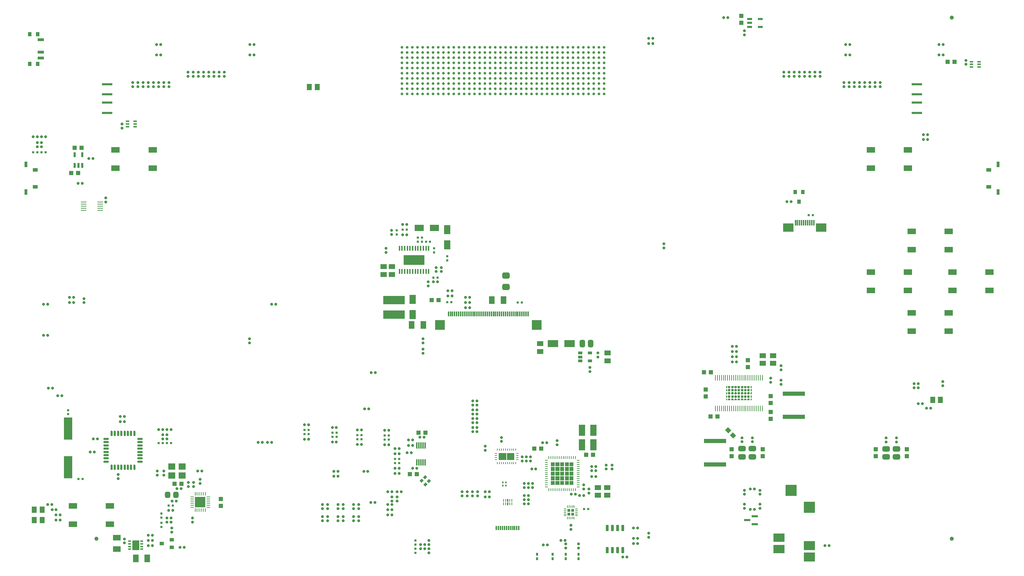
<source format=gtp>
G04 Layer_Color=8421504*
%FSLAX24Y24*%
%MOIN*%
G70*
G01*
G75*
G04:AMPARAMS|DCode=11|XSize=25.6mil|YSize=23.6mil|CornerRadius=5.9mil|HoleSize=0mil|Usage=FLASHONLY|Rotation=180.000|XOffset=0mil|YOffset=0mil|HoleType=Round|Shape=RoundedRectangle|*
%AMROUNDEDRECTD11*
21,1,0.0256,0.0118,0,0,180.0*
21,1,0.0138,0.0236,0,0,180.0*
1,1,0.0118,-0.0069,0.0059*
1,1,0.0118,0.0069,0.0059*
1,1,0.0118,0.0069,-0.0059*
1,1,0.0118,-0.0069,-0.0059*
%
%ADD11ROUNDEDRECTD11*%
G04:AMPARAMS|DCode=12|XSize=25.6mil|YSize=23.6mil|CornerRadius=5.9mil|HoleSize=0mil|Usage=FLASHONLY|Rotation=90.000|XOffset=0mil|YOffset=0mil|HoleType=Round|Shape=RoundedRectangle|*
%AMROUNDEDRECTD12*
21,1,0.0256,0.0118,0,0,90.0*
21,1,0.0138,0.0236,0,0,90.0*
1,1,0.0118,0.0059,0.0069*
1,1,0.0118,0.0059,-0.0069*
1,1,0.0118,-0.0059,-0.0069*
1,1,0.0118,-0.0059,0.0069*
%
%ADD12ROUNDEDRECTD12*%
%ADD13R,0.0197X0.0236*%
%ADD14R,0.0236X0.0197*%
%ADD15R,0.0640X0.0860*%
%ADD16R,0.0860X0.0640*%
%ADD17R,0.0610X0.0217*%
%ADD18C,0.0394*%
%ADD19C,0.0252*%
G04:AMPARAMS|DCode=20|XSize=23.6mil|YSize=9.8mil|CornerRadius=2mil|HoleSize=0mil|Usage=FLASHONLY|Rotation=0.000|XOffset=0mil|YOffset=0mil|HoleType=Round|Shape=RoundedRectangle|*
%AMROUNDEDRECTD20*
21,1,0.0236,0.0059,0,0,0.0*
21,1,0.0197,0.0098,0,0,0.0*
1,1,0.0039,0.0098,-0.0030*
1,1,0.0039,-0.0098,-0.0030*
1,1,0.0039,-0.0098,0.0030*
1,1,0.0039,0.0098,0.0030*
%
%ADD20ROUNDEDRECTD20*%
G04:AMPARAMS|DCode=21|XSize=23.6mil|YSize=9.8mil|CornerRadius=2mil|HoleSize=0mil|Usage=FLASHONLY|Rotation=90.000|XOffset=0mil|YOffset=0mil|HoleType=Round|Shape=RoundedRectangle|*
%AMROUNDEDRECTD21*
21,1,0.0236,0.0059,0,0,90.0*
21,1,0.0197,0.0098,0,0,90.0*
1,1,0.0039,0.0030,0.0098*
1,1,0.0039,0.0030,-0.0098*
1,1,0.0039,-0.0030,-0.0098*
1,1,0.0039,-0.0030,0.0098*
%
%ADD21ROUNDEDRECTD21*%
%ADD23R,0.0130X0.0445*%
%ADD24R,0.0394X0.0433*%
%ADD25R,0.0827X0.0551*%
%ADD26R,0.0500X0.0354*%
%ADD27R,0.0315X0.0571*%
%ADD28R,0.0531X0.0728*%
%ADD29R,0.0512X0.0591*%
G04:AMPARAMS|DCode=30|XSize=70.9mil|YSize=63mil|CornerRadius=15.7mil|HoleSize=0mil|Usage=FLASHONLY|Rotation=180.000|XOffset=0mil|YOffset=0mil|HoleType=Round|Shape=RoundedRectangle|*
%AMROUNDEDRECTD30*
21,1,0.0709,0.0315,0,0,180.0*
21,1,0.0394,0.0630,0,0,180.0*
1,1,0.0315,-0.0197,0.0157*
1,1,0.0315,0.0197,0.0157*
1,1,0.0315,0.0197,-0.0157*
1,1,0.0315,-0.0197,-0.0157*
%
%ADD30ROUNDEDRECTD30*%
%ADD31R,0.0335X0.0394*%
%ADD32R,0.0335X0.0394*%
%ADD33R,0.0118X0.0551*%
%ADD34R,0.1043X0.0787*%
%ADD35R,0.0480X0.0236*%
%ADD36R,0.0433X0.0394*%
%ADD37R,0.0335X0.0157*%
%ADD38R,0.0590X0.0280*%
%ADD39R,0.0320X0.0390*%
%ADD40R,0.0984X0.0197*%
%ADD41O,0.0571X0.0098*%
%ADD42R,0.0236X0.0480*%
%ADD43R,0.0787X0.2165*%
%ADD44O,0.0531X0.0217*%
%ADD45O,0.0217X0.0531*%
%ADD46R,0.0728X0.0531*%
%ADD47R,0.0295X0.0138*%
%ADD48R,0.0669X0.0945*%
%ADD49R,0.0394X0.0335*%
%ADD50R,0.0394X0.0335*%
G04:AMPARAMS|DCode=51|XSize=59.1mil|YSize=51.2mil|CornerRadius=12.8mil|HoleSize=0mil|Usage=FLASHONLY|Rotation=90.000|XOffset=0mil|YOffset=0mil|HoleType=Round|Shape=RoundedRectangle|*
%AMROUNDEDRECTD51*
21,1,0.0591,0.0256,0,0,90.0*
21,1,0.0335,0.0512,0,0,90.0*
1,1,0.0256,0.0128,0.0167*
1,1,0.0256,0.0128,-0.0167*
1,1,0.0256,-0.0128,-0.0167*
1,1,0.0256,-0.0128,0.0167*
%
%ADD51ROUNDEDRECTD51*%
%ADD52O,0.0374X0.0098*%
%ADD53O,0.0098X0.0374*%
%ADD54R,0.0984X0.0984*%
%ADD55R,0.0669X0.0591*%
G04:AMPARAMS|DCode=56|XSize=25.6mil|YSize=31.5mil|CornerRadius=0mil|HoleSize=0mil|Usage=FLASHONLY|Rotation=135.000|XOffset=0mil|YOffset=0mil|HoleType=Round|Shape=Rectangle|*
%AMROTATEDRECTD56*
4,1,4,0.0202,0.0021,-0.0021,-0.0202,-0.0202,-0.0021,0.0021,0.0202,0.0202,0.0021,0.0*
%
%ADD56ROTATEDRECTD56*%

%ADD57R,0.0118X0.0591*%
G04:AMPARAMS|DCode=58|XSize=15.7mil|YSize=17.7mil|CornerRadius=3.9mil|HoleSize=0mil|Usage=FLASHONLY|Rotation=180.000|XOffset=0mil|YOffset=0mil|HoleType=Round|Shape=RoundedRectangle|*
%AMROUNDEDRECTD58*
21,1,0.0157,0.0098,0,0,180.0*
21,1,0.0079,0.0177,0,0,180.0*
1,1,0.0079,-0.0039,0.0049*
1,1,0.0079,0.0039,0.0049*
1,1,0.0079,0.0039,-0.0049*
1,1,0.0079,-0.0039,-0.0049*
%
%ADD58ROUNDEDRECTD58*%
%ADD59R,0.0079X0.0266*%
%ADD60R,0.0157X0.0266*%
%ADD61R,0.0098X0.0236*%
%ADD63R,0.0236X0.0098*%
%ADD64R,0.0197X0.0276*%
G04:AMPARAMS|DCode=65|XSize=23.6mil|YSize=57.1mil|CornerRadius=2mil|HoleSize=0mil|Usage=FLASHONLY|Rotation=0.000|XOffset=0mil|YOffset=0mil|HoleType=Round|Shape=RoundedRectangle|*
%AMROUNDEDRECTD65*
21,1,0.0236,0.0531,0,0,0.0*
21,1,0.0196,0.0571,0,0,0.0*
1,1,0.0040,0.0098,-0.0265*
1,1,0.0040,-0.0098,-0.0265*
1,1,0.0040,-0.0098,0.0265*
1,1,0.0040,0.0098,0.0265*
%
%ADD65ROUNDEDRECTD65*%
G04:AMPARAMS|DCode=67|XSize=7.9mil|YSize=23.6mil|CornerRadius=2mil|HoleSize=0mil|Usage=FLASHONLY|Rotation=270.000|XOffset=0mil|YOffset=0mil|HoleType=Round|Shape=RoundedRectangle|*
%AMROUNDEDRECTD67*
21,1,0.0079,0.0197,0,0,270.0*
21,1,0.0039,0.0236,0,0,270.0*
1,1,0.0039,-0.0098,-0.0020*
1,1,0.0039,-0.0098,0.0020*
1,1,0.0039,0.0098,0.0020*
1,1,0.0039,0.0098,-0.0020*
%
%ADD67ROUNDEDRECTD67*%
G04:AMPARAMS|DCode=68|XSize=7.9mil|YSize=23.6mil|CornerRadius=2mil|HoleSize=0mil|Usage=FLASHONLY|Rotation=0.000|XOffset=0mil|YOffset=0mil|HoleType=Round|Shape=RoundedRectangle|*
%AMROUNDEDRECTD68*
21,1,0.0079,0.0197,0,0,0.0*
21,1,0.0039,0.0236,0,0,0.0*
1,1,0.0039,0.0020,-0.0098*
1,1,0.0039,-0.0020,-0.0098*
1,1,0.0039,-0.0020,0.0098*
1,1,0.0039,0.0020,0.0098*
%
%ADD68ROUNDEDRECTD68*%
%ADD69R,0.0591X0.0512*%
%ADD70R,0.0630X0.1063*%
G04:AMPARAMS|DCode=72|XSize=15.7mil|YSize=47.2mil|CornerRadius=2mil|HoleSize=0mil|Usage=FLASHONLY|Rotation=180.000|XOffset=0mil|YOffset=0mil|HoleType=Round|Shape=RoundedRectangle|*
%AMROUNDEDRECTD72*
21,1,0.0157,0.0433,0,0,180.0*
21,1,0.0118,0.0472,0,0,180.0*
1,1,0.0039,-0.0059,0.0217*
1,1,0.0039,0.0059,0.0217*
1,1,0.0039,0.0059,-0.0217*
1,1,0.0039,-0.0059,-0.0217*
%
%ADD72ROUNDEDRECTD72*%
%ADD73R,0.2087X0.0787*%
%ADD74R,0.0118X0.0472*%
%ADD75R,0.0945X0.0945*%
%ADD77R,0.0106X0.0575*%
G04:AMPARAMS|DCode=78|XSize=39.4mil|YSize=43.3mil|CornerRadius=0mil|HoleSize=0mil|Usage=FLASHONLY|Rotation=225.000|XOffset=0mil|YOffset=0mil|HoleType=Round|Shape=Rectangle|*
%AMROTATEDRECTD78*
4,1,4,-0.0014,0.0292,0.0292,-0.0014,0.0014,-0.0292,-0.0292,0.0014,-0.0014,0.0292,0.0*
%
%ADD78ROTATEDRECTD78*%

%ADD79R,0.2146X0.0433*%
G04:AMPARAMS|DCode=80|XSize=70.9mil|YSize=51.2mil|CornerRadius=12.8mil|HoleSize=0mil|Usage=FLASHONLY|Rotation=0.000|XOffset=0mil|YOffset=0mil|HoleType=Round|Shape=RoundedRectangle|*
%AMROUNDEDRECTD80*
21,1,0.0709,0.0256,0,0,0.0*
21,1,0.0453,0.0512,0,0,0.0*
1,1,0.0256,0.0226,-0.0128*
1,1,0.0256,-0.0226,-0.0128*
1,1,0.0256,-0.0226,0.0128*
1,1,0.0256,0.0226,0.0128*
%
%ADD80ROUNDEDRECTD80*%
%ADD81R,0.1102X0.0787*%
%ADD82R,0.1102X0.1102*%
%ADD83R,0.1102X0.0866*%
%ADD84R,0.0984X0.0669*%
G04:AMPARAMS|DCode=85|XSize=70.9mil|YSize=51.2mil|CornerRadius=12.8mil|HoleSize=0mil|Usage=FLASHONLY|Rotation=270.000|XOffset=0mil|YOffset=0mil|HoleType=Round|Shape=RoundedRectangle|*
%AMROUNDEDRECTD85*
21,1,0.0709,0.0256,0,0,270.0*
21,1,0.0453,0.0512,0,0,270.0*
1,1,0.0256,-0.0128,-0.0226*
1,1,0.0256,-0.0128,0.0226*
1,1,0.0256,0.0128,0.0226*
1,1,0.0256,0.0128,-0.0226*
%
%ADD85ROUNDEDRECTD85*%
%ADD86R,0.0433X0.0256*%
G04:AMPARAMS|DCode=154|XSize=29.5mil|YSize=29.5mil|CornerRadius=7.4mil|HoleSize=0mil|Usage=FLASHONLY|Rotation=90.000|XOffset=0mil|YOffset=0mil|HoleType=Round|Shape=RoundedRectangle|*
%AMROUNDEDRECTD154*
21,1,0.0295,0.0148,0,0,90.0*
21,1,0.0148,0.0295,0,0,90.0*
1,1,0.0148,0.0074,0.0074*
1,1,0.0148,0.0074,-0.0074*
1,1,0.0148,-0.0074,-0.0074*
1,1,0.0148,-0.0074,0.0074*
%
%ADD154ROUNDEDRECTD154*%
G04:AMPARAMS|DCode=155|XSize=94.5mil|YSize=203.1mil|CornerRadius=1.9mil|HoleSize=0mil|Usage=FLASHONLY|Rotation=90.000|XOffset=0mil|YOffset=0mil|HoleType=Round|Shape=RoundedRectangle|*
%AMROUNDEDRECTD155*
21,1,0.0945,0.1994,0,0,90.0*
21,1,0.0907,0.2031,0,0,90.0*
1,1,0.0038,0.0997,0.0454*
1,1,0.0038,0.0997,-0.0454*
1,1,0.0038,-0.0997,-0.0454*
1,1,0.0038,-0.0997,0.0454*
%
%ADD155ROUNDEDRECTD155*%
G36*
X53002Y9715D02*
X52628Y9715D01*
X52628Y10089D01*
X53002Y10089D01*
X53002Y9715D01*
X53002Y9715D02*
G37*
G36*
X52549Y9715D02*
X52175Y9715D01*
X52175Y10089D01*
X52549Y10089D01*
X52549Y9715D01*
X52549Y9715D02*
G37*
G36*
X47294Y10316D02*
X46589Y10316D01*
X46589Y10984D01*
X47294Y10984D01*
X47294Y10316D01*
X47294Y10316D02*
G37*
G36*
X46511Y10316D02*
X45806Y10316D01*
X45806Y10984D01*
X46511Y10984D01*
X46511Y10316D01*
X46511Y10316D02*
G37*
G36*
X52096Y9715D02*
X51722Y9715D01*
X51722Y10089D01*
X52096Y10089D01*
X52096Y9715D01*
X52096Y9715D02*
G37*
G36*
X53002Y9262D02*
X52628Y9262D01*
X52628Y9636D01*
X53002Y9636D01*
X53002Y9262D01*
X53002Y9262D02*
G37*
G36*
X52549Y9262D02*
X52175Y9262D01*
X52175Y9636D01*
X52549Y9636D01*
X52549Y9262D01*
X52549Y9262D02*
G37*
G36*
X51644Y9715D02*
X51270Y9715D01*
X51270Y10089D01*
X51644Y10089D01*
X51644Y9715D01*
X51644Y9715D02*
G37*
G36*
X51191Y9715D02*
X50817Y9715D01*
X50817Y10089D01*
X51191Y10089D01*
X51191Y9715D01*
X51191Y9715D02*
G37*
G36*
X69686Y16190D02*
X69686Y16071D01*
X69454Y16071D01*
X69454Y16190D01*
X69510Y16246D01*
X69630Y16246D01*
X69686Y16190D01*
X69686Y16190D02*
G37*
G36*
X69376Y16190D02*
X69376Y16071D01*
X69144Y16071D01*
X69144Y16190D01*
X69200Y16246D01*
X69320Y16246D01*
X69376Y16190D01*
X69376Y16190D02*
G37*
G36*
X70180Y16071D02*
X70074Y16071D01*
X70074Y16190D01*
X70130Y16246D01*
X70180Y16246D01*
X70180Y16071D01*
X70180Y16071D02*
G37*
G36*
X69996Y16190D02*
X69996Y16071D01*
X69764Y16071D01*
X69764Y16190D01*
X69820Y16246D01*
X69940Y16246D01*
X69996Y16190D01*
X69996Y16190D02*
G37*
G36*
X69066Y16190D02*
X69066Y16071D01*
X68834Y16071D01*
X68834Y16190D01*
X68890Y16246D01*
X69010Y16246D01*
X69066Y16190D01*
X69066Y16190D02*
G37*
G36*
X68136Y16190D02*
X68136Y16071D01*
X67904Y16071D01*
X67904Y16190D01*
X67960Y16246D01*
X68080Y16246D01*
X68136Y16190D01*
X68136Y16190D02*
G37*
G36*
X67826Y16190D02*
X67826Y16071D01*
X67720Y16071D01*
X67720Y16246D01*
X67770Y16246D01*
X67826Y16190D01*
X67826Y16190D02*
G37*
G36*
X68756Y16190D02*
X68756Y16071D01*
X68524Y16071D01*
X68524Y16190D01*
X68580Y16246D01*
X68700Y16246D01*
X68756Y16190D01*
X68756Y16190D02*
G37*
G36*
X68446Y16190D02*
X68446Y16071D01*
X68214Y16071D01*
X68214Y16190D01*
X68270Y16246D01*
X68390Y16246D01*
X68446Y16190D01*
X68446Y16190D02*
G37*
G36*
X51644Y8356D02*
X51270Y8356D01*
X51270Y8730D01*
X51644Y8730D01*
X51644Y8356D01*
X51644Y8356D02*
G37*
G36*
X51191Y8356D02*
X50817Y8356D01*
X50817Y8730D01*
X51191Y8730D01*
X51191Y8356D01*
X51191Y8356D02*
G37*
G36*
X52549Y8356D02*
X52175Y8356D01*
X52175Y8730D01*
X52549Y8730D01*
X52549Y8356D01*
X52549Y8356D02*
G37*
G36*
X52096Y8356D02*
X51722Y8356D01*
X51722Y8730D01*
X52096Y8730D01*
X52096Y8356D01*
X52096Y8356D02*
G37*
G36*
X53002Y7904D02*
X52628Y7904D01*
X52628Y8278D01*
X53002Y8278D01*
X53002Y7904D01*
X53002Y7904D02*
G37*
G36*
X51644Y7904D02*
X51270Y7904D01*
X51270Y8278D01*
X51644Y8278D01*
X51644Y7904D01*
X51644Y7904D02*
G37*
G36*
X51191Y7904D02*
X50817Y7904D01*
X50817Y8278D01*
X51191Y8278D01*
X51191Y7904D01*
X51191Y7904D02*
G37*
G36*
X52549Y7904D02*
X52175Y7904D01*
X52175Y8278D01*
X52549Y8278D01*
X52549Y7904D01*
X52549Y7904D02*
G37*
G36*
X52096Y7904D02*
X51722Y7904D01*
X51722Y8278D01*
X52096Y8278D01*
X52096Y7904D01*
X52096Y7904D02*
G37*
G36*
X51191Y9262D02*
X50817Y9262D01*
X50817Y9636D01*
X51191Y9636D01*
X51191Y9262D01*
X51191Y9262D02*
G37*
G36*
X53002Y8809D02*
X52628Y8809D01*
X52628Y9183D01*
X53002Y9183D01*
X53002Y8809D01*
X53002Y8809D02*
G37*
G36*
X52096Y9262D02*
X51722Y9262D01*
X51722Y9636D01*
X52096Y9636D01*
X52096Y9262D01*
X52096Y9262D02*
G37*
G36*
X51644Y9262D02*
X51270Y9262D01*
X51270Y9636D01*
X51644Y9636D01*
X51644Y9262D01*
X51644Y9262D02*
G37*
G36*
X52549Y8809D02*
X52175Y8809D01*
X52175Y9183D01*
X52549Y9183D01*
X52549Y8809D01*
X52549Y8809D02*
G37*
G36*
X51191Y8809D02*
X50817Y8809D01*
X50817Y9183D01*
X51191Y9183D01*
X51191Y8809D01*
X51191Y8809D02*
G37*
G36*
X53002Y8356D02*
X52628Y8356D01*
X52628Y8730D01*
X53002Y8730D01*
X53002Y8356D01*
X53002Y8356D02*
G37*
G36*
X52096Y8809D02*
X51722Y8809D01*
X51722Y9183D01*
X52096Y9183D01*
X52096Y8809D01*
X52096Y8809D02*
G37*
G36*
X51644Y8809D02*
X51270Y8809D01*
X51270Y9183D01*
X51644Y9183D01*
X51644Y8809D01*
X51644Y8809D02*
G37*
G36*
X69686Y17120D02*
X69686Y17000D01*
X69630Y16944D01*
X69510Y16944D01*
X69454Y17000D01*
X69454Y17120D01*
X69510Y17176D01*
X69630Y17176D01*
X69686Y17120D01*
X69686Y17120D02*
G37*
G36*
X69376Y17120D02*
X69376Y17000D01*
X69320Y16944D01*
X69200Y16944D01*
X69144Y17000D01*
X69144Y17120D01*
X69200Y17176D01*
X69320Y17176D01*
X69376Y17120D01*
X69376Y17120D02*
G37*
G36*
X70180Y16944D02*
X70130Y16944D01*
X70074Y17000D01*
X70074Y17120D01*
X70130Y17176D01*
X70180Y17176D01*
X70180Y16944D01*
X70180Y16944D02*
G37*
G36*
X69996Y17120D02*
X69996Y17000D01*
X69940Y16944D01*
X69820Y16944D01*
X69764Y17000D01*
X69764Y17120D01*
X69820Y17176D01*
X69940Y17176D01*
X69996Y17120D01*
X69996Y17120D02*
G37*
G36*
X69066Y17120D02*
X69066Y17000D01*
X69010Y16944D01*
X68890Y16944D01*
X68834Y17000D01*
X68834Y17120D01*
X68890Y17176D01*
X69010Y17176D01*
X69066Y17120D01*
X69066Y17120D02*
G37*
G36*
X68136Y17120D02*
X68136Y17000D01*
X68080Y16944D01*
X67960Y16944D01*
X67904Y17000D01*
X67904Y17120D01*
X67960Y17176D01*
X68080Y17176D01*
X68136Y17120D01*
X68136Y17120D02*
G37*
G36*
X67826Y17120D02*
X67826Y17000D01*
X67770Y16944D01*
X67720Y16944D01*
X67720Y17176D01*
X67770Y17176D01*
X67826Y17120D01*
X67826Y17120D02*
G37*
G36*
X68756Y17120D02*
X68756Y17000D01*
X68700Y16944D01*
X68580Y16944D01*
X68524Y17000D01*
X68524Y17120D01*
X68580Y17176D01*
X68700Y17176D01*
X68756Y17120D01*
X68756Y17120D02*
G37*
G36*
X68446Y17120D02*
X68446Y17000D01*
X68390Y16944D01*
X68270Y16944D01*
X68214Y17000D01*
X68214Y17120D01*
X68270Y17176D01*
X68390Y17176D01*
X68446Y17120D01*
X68446Y17120D02*
G37*
G36*
X69686Y17310D02*
X69630Y17254D01*
X69510Y17254D01*
X69454Y17310D01*
X69454Y17429D01*
X69686Y17429D01*
X69686Y17310D01*
X69686Y17310D02*
G37*
G36*
X69376Y17310D02*
X69320Y17254D01*
X69200Y17254D01*
X69144Y17310D01*
X69144Y17429D01*
X69376Y17429D01*
X69376Y17310D01*
X69376Y17310D02*
G37*
G36*
X70180Y17254D02*
X70130Y17254D01*
X70074Y17310D01*
X70074Y17429D01*
X70180Y17429D01*
X70180Y17254D01*
X70180Y17254D02*
G37*
G36*
X69996Y17310D02*
X69940Y17254D01*
X69820Y17254D01*
X69764Y17310D01*
X69764Y17429D01*
X69996Y17429D01*
X69996Y17310D01*
X69996Y17310D02*
G37*
G36*
X69066Y17310D02*
X69010Y17254D01*
X68890Y17254D01*
X68834Y17310D01*
X68834Y17429D01*
X69066Y17429D01*
X69066Y17310D01*
X69066Y17310D02*
G37*
G36*
X68136Y17310D02*
X68080Y17254D01*
X67960Y17254D01*
X67904Y17310D01*
X67904Y17429D01*
X68136Y17429D01*
X68136Y17310D01*
X68136Y17310D02*
G37*
G36*
X67826Y17310D02*
X67770Y17254D01*
X67720Y17254D01*
X67720Y17429D01*
X67826Y17429D01*
X67826Y17310D01*
X67826Y17310D02*
G37*
G36*
X68756Y17310D02*
X68700Y17254D01*
X68580Y17254D01*
X68524Y17310D01*
X68524Y17429D01*
X68756Y17429D01*
X68756Y17310D01*
X68756Y17310D02*
G37*
G36*
X68446Y17310D02*
X68390Y17254D01*
X68270Y17254D01*
X68214Y17310D01*
X68214Y17429D01*
X68446Y17429D01*
X68446Y17310D01*
X68446Y17310D02*
G37*
G36*
X69686Y16500D02*
X69686Y16380D01*
X69630Y16324D01*
X69510Y16324D01*
X69454Y16380D01*
X69454Y16500D01*
X69510Y16556D01*
X69630Y16556D01*
X69686Y16500D01*
X69686Y16500D02*
G37*
G36*
X69376Y16500D02*
X69376Y16380D01*
X69320Y16324D01*
X69200Y16324D01*
X69144Y16380D01*
X69144Y16500D01*
X69200Y16556D01*
X69320Y16556D01*
X69376Y16500D01*
X69376Y16500D02*
G37*
G36*
X70180Y16324D02*
X70130Y16324D01*
X70074Y16380D01*
X70074Y16500D01*
X70130Y16556D01*
X70180Y16556D01*
X70180Y16324D01*
X70180Y16324D02*
G37*
G36*
X69996Y16500D02*
X69996Y16380D01*
X69940Y16324D01*
X69820Y16324D01*
X69764Y16380D01*
X69764Y16500D01*
X69820Y16556D01*
X69940Y16556D01*
X69996Y16500D01*
X69996Y16500D02*
G37*
G36*
X69066Y16500D02*
X69066Y16380D01*
X69010Y16324D01*
X68890Y16324D01*
X68834Y16380D01*
X68834Y16500D01*
X68890Y16556D01*
X69010Y16556D01*
X69066Y16500D01*
X69066Y16500D02*
G37*
G36*
X68136Y16500D02*
X68136Y16380D01*
X68080Y16324D01*
X67960Y16324D01*
X67904Y16380D01*
X67904Y16500D01*
X67960Y16556D01*
X68080Y16556D01*
X68136Y16500D01*
X68136Y16500D02*
G37*
G36*
X67826Y16500D02*
X67826Y16380D01*
X67770Y16324D01*
X67720Y16324D01*
X67720Y16556D01*
X67770Y16556D01*
X67826Y16500D01*
X67826Y16500D02*
G37*
G36*
X68756Y16500D02*
X68756Y16380D01*
X68700Y16324D01*
X68580Y16324D01*
X68524Y16380D01*
X68524Y16500D01*
X68580Y16556D01*
X68700Y16556D01*
X68756Y16500D01*
X68756Y16500D02*
G37*
G36*
X68446Y16500D02*
X68446Y16380D01*
X68390Y16324D01*
X68270Y16324D01*
X68214Y16380D01*
X68214Y16500D01*
X68270Y16556D01*
X68390Y16556D01*
X68446Y16500D01*
X68446Y16500D02*
G37*
G36*
X69686Y16810D02*
X69686Y16690D01*
X69630Y16634D01*
X69510Y16634D01*
X69454Y16690D01*
X69454Y16810D01*
X69510Y16866D01*
X69630Y16866D01*
X69686Y16810D01*
X69686Y16810D02*
G37*
G36*
X69376Y16810D02*
X69376Y16690D01*
X69320Y16634D01*
X69200Y16634D01*
X69144Y16690D01*
X69144Y16810D01*
X69200Y16866D01*
X69320Y16866D01*
X69376Y16810D01*
X69376Y16810D02*
G37*
G36*
X70180Y16634D02*
X70130Y16634D01*
X70074Y16690D01*
X70074Y16810D01*
X70130Y16866D01*
X70180Y16866D01*
X70180Y16634D01*
X70180Y16634D02*
G37*
G36*
X69996Y16810D02*
X69996Y16690D01*
X69940Y16634D01*
X69820Y16634D01*
X69764Y16690D01*
X69764Y16810D01*
X69820Y16866D01*
X69940Y16866D01*
X69996Y16810D01*
X69996Y16810D02*
G37*
G36*
X69066Y16810D02*
X69066Y16690D01*
X69010Y16634D01*
X68890Y16634D01*
X68834Y16690D01*
X68834Y16810D01*
X68890Y16866D01*
X69010Y16866D01*
X69066Y16810D01*
X69066Y16810D02*
G37*
G36*
X68136Y16810D02*
X68136Y16690D01*
X68080Y16634D01*
X67960Y16634D01*
X67904Y16690D01*
X67904Y16810D01*
X67960Y16866D01*
X68080Y16866D01*
X68136Y16810D01*
X68136Y16810D02*
G37*
G36*
X67826Y16810D02*
X67826Y16690D01*
X67770Y16634D01*
X67720Y16634D01*
X67720Y16866D01*
X67770Y16866D01*
X67826Y16810D01*
X67826Y16810D02*
G37*
G36*
X68756Y16810D02*
X68756Y16690D01*
X68700Y16634D01*
X68580Y16634D01*
X68524Y16690D01*
X68524Y16810D01*
X68580Y16866D01*
X68700Y16866D01*
X68756Y16810D01*
X68756Y16810D02*
G37*
G36*
X68446Y16810D02*
X68446Y16690D01*
X68390Y16634D01*
X68270Y16634D01*
X68214Y16690D01*
X68214Y16810D01*
X68270Y16866D01*
X68390Y16866D01*
X68446Y16810D01*
X68446Y16810D02*
G37*
D11*
X43750Y7250D02*
D03*
X43750Y6856D02*
D03*
X49055Y8051D02*
D03*
X49055Y7657D02*
D03*
X71000Y7000D02*
D03*
X71000Y7394D02*
D03*
X70997Y6052D02*
D03*
X70997Y5659D02*
D03*
X70260Y12461D02*
D03*
X70260Y12067D02*
D03*
X69260Y12461D02*
D03*
X69260Y12067D02*
D03*
X83149Y12447D02*
D03*
X83149Y12053D02*
D03*
X84149Y12447D02*
D03*
X84149Y12053D02*
D03*
X21750Y21606D02*
D03*
X21750Y22000D02*
D03*
X88630Y17488D02*
D03*
X88630Y17881D02*
D03*
X85854Y17291D02*
D03*
X85854Y17685D02*
D03*
X86268Y17291D02*
D03*
X86268Y17685D02*
D03*
X69500Y51750D02*
D03*
X69500Y51356D02*
D03*
X90850Y48500D02*
D03*
X90850Y48894D02*
D03*
X82601Y46356D02*
D03*
X82601Y46750D02*
D03*
X82101Y46750D02*
D03*
X82101Y46356D02*
D03*
X81601Y46356D02*
D03*
X81601Y46750D02*
D03*
X81101Y46750D02*
D03*
X81101Y46356D02*
D03*
X80601Y46356D02*
D03*
X80601Y46750D02*
D03*
X80101Y46750D02*
D03*
X80101Y46356D02*
D03*
X79601Y46356D02*
D03*
X79601Y46750D02*
D03*
X79101Y46750D02*
D03*
X79101Y46356D02*
D03*
X76782Y47356D02*
D03*
X76782Y47750D02*
D03*
X76282Y47750D02*
D03*
X76282Y47356D02*
D03*
X75282Y47750D02*
D03*
X75282Y47356D02*
D03*
X75782Y47356D02*
D03*
X75782Y47750D02*
D03*
X74782Y47356D02*
D03*
X74782Y47750D02*
D03*
X74282Y47750D02*
D03*
X74282Y47356D02*
D03*
X73282Y47750D02*
D03*
X73282Y47356D02*
D03*
X73782Y47356D02*
D03*
X73782Y47750D02*
D03*
X14000Y46356D02*
D03*
X14000Y46750D02*
D03*
X13500Y46750D02*
D03*
X13500Y46356D02*
D03*
X13000Y46356D02*
D03*
X13000Y46750D02*
D03*
X12500Y46750D02*
D03*
X12500Y46356D02*
D03*
X12000Y46356D02*
D03*
X12000Y46750D02*
D03*
X11500Y46750D02*
D03*
X11500Y46356D02*
D03*
X11000Y46356D02*
D03*
X11000Y46750D02*
D03*
X10500Y46750D02*
D03*
X10500Y46356D02*
D03*
X15819Y47750D02*
D03*
X15819Y47356D02*
D03*
X16319Y47356D02*
D03*
X16319Y47750D02*
D03*
X16819Y47750D02*
D03*
X16819Y47356D02*
D03*
X17319Y47356D02*
D03*
X17319Y47750D02*
D03*
X17819Y47750D02*
D03*
X17819Y47356D02*
D03*
X18319Y47356D02*
D03*
X18319Y47750D02*
D03*
X18819Y47750D02*
D03*
X18819Y47356D02*
D03*
X19319Y47356D02*
D03*
X19319Y47750D02*
D03*
X1300Y40947D02*
D03*
X1300Y40553D02*
D03*
X1700Y40947D02*
D03*
X1700Y40553D02*
D03*
X9450Y42750D02*
D03*
X9450Y42356D02*
D03*
X7900Y35600D02*
D03*
X7900Y35206D02*
D03*
X5776Y25500D02*
D03*
X5776Y25894D02*
D03*
X9078Y8900D02*
D03*
X9078Y8506D02*
D03*
X13800Y12744D02*
D03*
X13800Y12350D02*
D03*
X13400Y12744D02*
D03*
X13400Y12350D02*
D03*
X9700Y2300D02*
D03*
X9700Y2694D02*
D03*
X14250Y3356D02*
D03*
X14250Y3750D02*
D03*
X16250Y4306D02*
D03*
X16250Y4700D02*
D03*
X17000Y8053D02*
D03*
X17000Y8447D02*
D03*
X12853Y9247D02*
D03*
X12853Y8853D02*
D03*
X13497Y9247D02*
D03*
X13497Y8853D02*
D03*
X16350Y7750D02*
D03*
X16350Y8144D02*
D03*
X15850Y7750D02*
D03*
X15850Y8144D02*
D03*
X29276Y4450D02*
D03*
X29276Y4844D02*
D03*
X28776Y4450D02*
D03*
X28776Y4844D02*
D03*
X28776Y6000D02*
D03*
X28776Y5606D02*
D03*
X29276Y6000D02*
D03*
X29276Y5606D02*
D03*
X30276Y6000D02*
D03*
X30276Y5606D02*
D03*
X30776Y6000D02*
D03*
X30776Y5606D02*
D03*
X30776Y4450D02*
D03*
X30776Y4844D02*
D03*
X30276Y4450D02*
D03*
X30276Y4844D02*
D03*
X31776Y4450D02*
D03*
X31776Y4844D02*
D03*
X32276Y4450D02*
D03*
X32276Y4844D02*
D03*
X31776Y6000D02*
D03*
X31776Y5606D02*
D03*
X32276Y6000D02*
D03*
X32276Y5606D02*
D03*
X35500Y6750D02*
D03*
X35500Y6356D02*
D03*
X36000Y6750D02*
D03*
X36000Y6356D02*
D03*
X39057Y1356D02*
D03*
X39057Y1750D02*
D03*
X39057Y2544D02*
D03*
X39057Y2150D02*
D03*
X42250Y7250D02*
D03*
X42250Y6856D02*
D03*
X42750Y7250D02*
D03*
X42750Y6856D02*
D03*
X43250Y7250D02*
D03*
X43250Y6856D02*
D03*
X48268Y8051D02*
D03*
X48268Y7657D02*
D03*
X48661Y7657D02*
D03*
X48661Y8051D02*
D03*
X48071Y10610D02*
D03*
X48071Y10217D02*
D03*
X48465Y10217D02*
D03*
X48465Y10610D02*
D03*
X48858Y10217D02*
D03*
X48858Y10610D02*
D03*
X46058Y12100D02*
D03*
X46058Y12494D02*
D03*
X44500Y11250D02*
D03*
X44500Y11644D02*
D03*
X53500Y1803D02*
D03*
X53500Y2197D02*
D03*
X52250Y1803D02*
D03*
X52250Y2197D02*
D03*
X60250Y2856D02*
D03*
X60250Y3250D02*
D03*
X52750Y4000D02*
D03*
X52750Y3606D02*
D03*
X54488Y7520D02*
D03*
X54488Y7126D02*
D03*
X53976Y7913D02*
D03*
X53976Y7520D02*
D03*
X56732Y9429D02*
D03*
X56732Y9823D02*
D03*
X56142Y9429D02*
D03*
X56142Y9823D02*
D03*
X51417Y12185D02*
D03*
X51417Y11791D02*
D03*
X34935Y30356D02*
D03*
X34935Y30750D02*
D03*
X35447Y32089D02*
D03*
X35447Y32482D02*
D03*
X39750Y28894D02*
D03*
X39750Y28500D02*
D03*
X40250Y28894D02*
D03*
X40250Y28500D02*
D03*
X39000Y27106D02*
D03*
X39000Y27500D02*
D03*
X38500Y21000D02*
D03*
X38500Y20606D02*
D03*
X38500Y22000D02*
D03*
X38500Y21606D02*
D03*
X61721Y31173D02*
D03*
X61721Y30779D02*
D03*
X69500Y6052D02*
D03*
X69500Y5659D02*
D03*
X69503Y7000D02*
D03*
X69503Y7394D02*
D03*
X73011Y19407D02*
D03*
X73011Y19014D02*
D03*
X73011Y17620D02*
D03*
X73011Y18014D02*
D03*
X72011Y17817D02*
D03*
X72011Y18211D02*
D03*
X55356Y20238D02*
D03*
X55356Y20632D02*
D03*
X54600Y18856D02*
D03*
X54600Y19250D02*
D03*
D12*
X48661Y6870D02*
D03*
X48268Y6870D02*
D03*
X50433Y11988D02*
D03*
X50039Y11988D02*
D03*
X49370Y9429D02*
D03*
X48976Y9429D02*
D03*
X2697Y6000D02*
D03*
X2303Y6000D02*
D03*
X38597Y12500D02*
D03*
X38203Y12500D02*
D03*
X37900Y9500D02*
D03*
X37506Y9500D02*
D03*
X7097Y12352D02*
D03*
X6703Y12352D02*
D03*
X87150Y41700D02*
D03*
X86756Y41700D02*
D03*
X48661Y6083D02*
D03*
X48268Y6083D02*
D03*
X79263Y49400D02*
D03*
X79657Y49400D02*
D03*
X79263Y50400D02*
D03*
X79657Y50400D02*
D03*
X12800Y49400D02*
D03*
X13194Y49400D02*
D03*
X12800Y50400D02*
D03*
X13194Y50400D02*
D03*
X3106Y5500D02*
D03*
X2713Y5500D02*
D03*
X88263Y50400D02*
D03*
X88657Y50400D02*
D03*
X88263Y49400D02*
D03*
X88657Y49400D02*
D03*
X21800Y50400D02*
D03*
X22194Y50400D02*
D03*
X21800Y49400D02*
D03*
X22194Y49400D02*
D03*
X77644Y2052D02*
D03*
X77250Y2052D02*
D03*
X6406Y11093D02*
D03*
X6800Y11093D02*
D03*
X23882Y25350D02*
D03*
X24276Y25350D02*
D03*
X33500Y18750D02*
D03*
X33894Y18750D02*
D03*
X3250Y16500D02*
D03*
X3644Y16500D02*
D03*
X2750Y17250D02*
D03*
X2356Y17250D02*
D03*
X74000Y35250D02*
D03*
X73606Y35250D02*
D03*
X87150Y41250D02*
D03*
X86756Y41250D02*
D03*
X86661Y15736D02*
D03*
X86268Y15736D02*
D03*
X87449Y15322D02*
D03*
X87055Y15322D02*
D03*
X67500Y53000D02*
D03*
X67894Y53000D02*
D03*
X60644Y50500D02*
D03*
X60250Y50500D02*
D03*
X60644Y51000D02*
D03*
X60250Y51000D02*
D03*
X906Y41500D02*
D03*
X1300Y41500D02*
D03*
X2094Y41500D02*
D03*
X1700Y41500D02*
D03*
X6250Y39400D02*
D03*
X6644Y39400D02*
D03*
X5624Y37000D02*
D03*
X5230Y37000D02*
D03*
X4382Y26000D02*
D03*
X4776Y26000D02*
D03*
X4382Y25500D02*
D03*
X4776Y25500D02*
D03*
X1882Y25350D02*
D03*
X2276Y25350D02*
D03*
X1882Y22350D02*
D03*
X2276Y22350D02*
D03*
X9697Y14500D02*
D03*
X9303Y14500D02*
D03*
X9697Y14000D02*
D03*
X9303Y14000D02*
D03*
X13006Y13250D02*
D03*
X13400Y13250D02*
D03*
X14194Y13250D02*
D03*
X13800Y13250D02*
D03*
X3106Y4500D02*
D03*
X3500Y4500D02*
D03*
X3106Y5000D02*
D03*
X3500Y5000D02*
D03*
X15050Y1876D02*
D03*
X15444Y1876D02*
D03*
X12003Y3050D02*
D03*
X12397Y3050D02*
D03*
X12397Y2550D02*
D03*
X12003Y2550D02*
D03*
X12003Y2050D02*
D03*
X12397Y2050D02*
D03*
X13803Y4300D02*
D03*
X14197Y4300D02*
D03*
X13803Y4700D02*
D03*
X14197Y4700D02*
D03*
X14347Y5450D02*
D03*
X13953Y5450D02*
D03*
X14697Y6350D02*
D03*
X14303Y6350D02*
D03*
X17144Y9250D02*
D03*
X16750Y9250D02*
D03*
X15150Y7550D02*
D03*
X14756Y7550D02*
D03*
X33844Y6200D02*
D03*
X33450Y6200D02*
D03*
X35106Y5000D02*
D03*
X35500Y5000D02*
D03*
X35106Y5500D02*
D03*
X35500Y5500D02*
D03*
X35106Y6000D02*
D03*
X35500Y6000D02*
D03*
X35106Y7250D02*
D03*
X35500Y7250D02*
D03*
X36394Y7250D02*
D03*
X36000Y7250D02*
D03*
X29882Y8750D02*
D03*
X30276Y8750D02*
D03*
X30276Y9200D02*
D03*
X29882Y9200D02*
D03*
X33170Y9200D02*
D03*
X32776Y9200D02*
D03*
X38654Y2150D02*
D03*
X38260Y2150D02*
D03*
X38654Y1750D02*
D03*
X38260Y1750D02*
D03*
X36200Y9000D02*
D03*
X35806Y9000D02*
D03*
X35806Y9500D02*
D03*
X36200Y9500D02*
D03*
X36956Y11000D02*
D03*
X37350Y11000D02*
D03*
X36200Y10900D02*
D03*
X35806Y10900D02*
D03*
X27444Y12300D02*
D03*
X27050Y12300D02*
D03*
X27444Y13700D02*
D03*
X27050Y13700D02*
D03*
X23000Y12000D02*
D03*
X22606Y12000D02*
D03*
X23500Y12000D02*
D03*
X23894Y12000D02*
D03*
X33250Y15250D02*
D03*
X32856Y15250D02*
D03*
X32544Y11800D02*
D03*
X32150Y11800D02*
D03*
X32544Y13200D02*
D03*
X32150Y13200D02*
D03*
X30137Y12050D02*
D03*
X29744Y12050D02*
D03*
X30137Y13450D02*
D03*
X29744Y13450D02*
D03*
X35194Y13185D02*
D03*
X34800Y13185D02*
D03*
X35194Y11785D02*
D03*
X34800Y11785D02*
D03*
X35806Y11400D02*
D03*
X36200Y11400D02*
D03*
X37106Y12250D02*
D03*
X37500Y12250D02*
D03*
X37106Y11707D02*
D03*
X37500Y11707D02*
D03*
X44894Y7250D02*
D03*
X44500Y7250D02*
D03*
X44500Y6750D02*
D03*
X44894Y6750D02*
D03*
X48268Y6476D02*
D03*
X48661Y6476D02*
D03*
X43697Y13050D02*
D03*
X43303Y13050D02*
D03*
X43697Y13450D02*
D03*
X43303Y13450D02*
D03*
X43697Y13900D02*
D03*
X43303Y13900D02*
D03*
X43697Y14300D02*
D03*
X43303Y14300D02*
D03*
X43697Y14750D02*
D03*
X43303Y14750D02*
D03*
X43697Y15150D02*
D03*
X43303Y15150D02*
D03*
X43697Y15600D02*
D03*
X43303Y15600D02*
D03*
X43697Y16000D02*
D03*
X43303Y16000D02*
D03*
X51806Y2550D02*
D03*
X52200Y2550D02*
D03*
X50103Y2100D02*
D03*
X50497Y2100D02*
D03*
X57750Y950D02*
D03*
X58144Y950D02*
D03*
X59197Y2250D02*
D03*
X58803Y2250D02*
D03*
X59197Y2750D02*
D03*
X58803Y2750D02*
D03*
X59197Y3750D02*
D03*
X58803Y3750D02*
D03*
X52795Y7028D02*
D03*
X53189Y7028D02*
D03*
X53583Y6870D02*
D03*
X53976Y6870D02*
D03*
X55157Y8701D02*
D03*
X54764Y8701D02*
D03*
X55157Y9685D02*
D03*
X54764Y9685D02*
D03*
X55157Y9291D02*
D03*
X54764Y9291D02*
D03*
X39894Y27500D02*
D03*
X39500Y27500D02*
D03*
X36530Y33053D02*
D03*
X36923Y33053D02*
D03*
X36530Y32030D02*
D03*
X36923Y32030D02*
D03*
X42606Y25000D02*
D03*
X43000Y25000D02*
D03*
X42606Y25500D02*
D03*
X43000Y25500D02*
D03*
X43000Y26000D02*
D03*
X42606Y26000D02*
D03*
X40880Y26144D02*
D03*
X41274Y26144D02*
D03*
X40896Y26656D02*
D03*
X41289Y26656D02*
D03*
X70444Y5552D02*
D03*
X70050Y5552D02*
D03*
X70447Y7500D02*
D03*
X70053Y7500D02*
D03*
X68314Y19764D02*
D03*
X68708Y19764D02*
D03*
X68314Y20264D02*
D03*
X68708Y20264D02*
D03*
X68314Y20764D02*
D03*
X68708Y20764D02*
D03*
X68314Y21264D02*
D03*
X68708Y21264D02*
D03*
D13*
X48032Y25500D02*
D03*
X47638Y25500D02*
D03*
X35800Y10000D02*
D03*
X36194Y10000D02*
D03*
X35800Y10400D02*
D03*
X36194Y10400D02*
D03*
X34800Y12285D02*
D03*
X35194Y12285D02*
D03*
X34800Y12685D02*
D03*
X35194Y12685D02*
D03*
X32150Y12300D02*
D03*
X32544Y12300D02*
D03*
X32150Y12700D02*
D03*
X32544Y12700D02*
D03*
X29750Y12550D02*
D03*
X30144Y12550D02*
D03*
X29750Y12950D02*
D03*
X30144Y12950D02*
D03*
X27050Y12800D02*
D03*
X27444Y12800D02*
D03*
X27050Y13200D02*
D03*
X27444Y13200D02*
D03*
X75703Y33950D02*
D03*
X76097Y33950D02*
D03*
X39500Y27900D02*
D03*
X39894Y27900D02*
D03*
X36530Y32541D02*
D03*
X36923Y32541D02*
D03*
X38006Y31774D02*
D03*
X38400Y31774D02*
D03*
X38774Y31390D02*
D03*
X39167Y31390D02*
D03*
X38006Y31390D02*
D03*
X38400Y31390D02*
D03*
X41230Y25530D02*
D03*
X40837Y25530D02*
D03*
X14362Y5900D02*
D03*
X13969Y5900D02*
D03*
X5250Y8480D02*
D03*
X5644Y8480D02*
D03*
X1700Y40000D02*
D03*
X2094Y40000D02*
D03*
X1300Y40000D02*
D03*
X906Y40000D02*
D03*
X13800Y11950D02*
D03*
X14194Y11950D02*
D03*
X13400Y11950D02*
D03*
X13006Y11950D02*
D03*
X54038Y5565D02*
D03*
X54432Y5565D02*
D03*
D14*
X40821Y29982D02*
D03*
X40821Y29589D02*
D03*
X35959Y32089D02*
D03*
X35959Y32482D02*
D03*
X39541Y30356D02*
D03*
X39541Y30750D02*
D03*
X4250Y14730D02*
D03*
X4250Y15124D02*
D03*
X37757Y1750D02*
D03*
X37757Y1356D02*
D03*
X37757Y2150D02*
D03*
X37757Y2544D02*
D03*
X13250Y4250D02*
D03*
X13250Y3856D02*
D03*
X13250Y4750D02*
D03*
X13250Y5144D02*
D03*
D15*
X37500Y25810D02*
D03*
X37500Y24350D02*
D03*
X40821Y31081D02*
D03*
X40821Y32541D02*
D03*
D16*
X39580Y32700D02*
D03*
X38120Y32700D02*
D03*
D17*
X69750Y4500D02*
D03*
X70478Y4874D02*
D03*
X70478Y4126D02*
D03*
D18*
X89500Y2700D02*
D03*
X89500Y53000D02*
D03*
X7000Y2700D02*
D03*
D19*
X36469Y50150D02*
D03*
X36969Y50150D02*
D03*
X37469Y50150D02*
D03*
X37969Y50150D02*
D03*
X38469Y50150D02*
D03*
X38969Y50150D02*
D03*
X39469Y50150D02*
D03*
X39969Y50150D02*
D03*
X40469Y50150D02*
D03*
X40969Y50150D02*
D03*
X41469Y50150D02*
D03*
X41969Y50150D02*
D03*
X42469Y50150D02*
D03*
X42969Y50150D02*
D03*
X43469Y50150D02*
D03*
X43969Y50150D02*
D03*
X44469Y50150D02*
D03*
X44969Y50150D02*
D03*
X45469Y50150D02*
D03*
X45969Y50150D02*
D03*
X46469Y50150D02*
D03*
X46969Y50150D02*
D03*
X47469Y50150D02*
D03*
X47969Y50150D02*
D03*
X48469Y50150D02*
D03*
X48969Y50150D02*
D03*
X49469Y50150D02*
D03*
X49969Y50150D02*
D03*
X50469Y50150D02*
D03*
X50969Y50150D02*
D03*
X51469Y50150D02*
D03*
X51969Y50150D02*
D03*
X52469Y50150D02*
D03*
X52969Y50150D02*
D03*
X53469Y50150D02*
D03*
X53969Y50150D02*
D03*
X54469Y50150D02*
D03*
X54969Y50150D02*
D03*
X55469Y50150D02*
D03*
X55969Y50150D02*
D03*
X36469Y49650D02*
D03*
X36969Y49650D02*
D03*
X37469Y49650D02*
D03*
X37969Y49650D02*
D03*
X38469Y49650D02*
D03*
X38969Y49650D02*
D03*
X39469Y49650D02*
D03*
X39969Y49650D02*
D03*
X40469Y49650D02*
D03*
X40969Y49650D02*
D03*
X41469Y49650D02*
D03*
X41969Y49650D02*
D03*
X42469Y49650D02*
D03*
X42969Y49650D02*
D03*
X43469Y49650D02*
D03*
X43969Y49650D02*
D03*
X44469Y49650D02*
D03*
X44969Y49650D02*
D03*
X45469Y49650D02*
D03*
X45969Y49650D02*
D03*
X46469Y49650D02*
D03*
X46969Y49650D02*
D03*
X47469Y49650D02*
D03*
X47969Y49650D02*
D03*
X48469Y49650D02*
D03*
X48969Y49650D02*
D03*
X49469Y49650D02*
D03*
X49969Y49650D02*
D03*
X50469Y49650D02*
D03*
X50969Y49650D02*
D03*
X51469Y49650D02*
D03*
X51969Y49650D02*
D03*
X52469Y49650D02*
D03*
X52969Y49650D02*
D03*
X53469Y49650D02*
D03*
X53969Y49650D02*
D03*
X54469Y49650D02*
D03*
X54969Y49650D02*
D03*
X55469Y49650D02*
D03*
X55969Y49650D02*
D03*
X36469Y49150D02*
D03*
X36969Y49150D02*
D03*
X37469Y49150D02*
D03*
X37969Y49150D02*
D03*
X38469Y49150D02*
D03*
X38969Y49150D02*
D03*
X39469Y49150D02*
D03*
X39969Y49150D02*
D03*
X40469Y49150D02*
D03*
X40969Y49150D02*
D03*
X41469Y49150D02*
D03*
X41969Y49150D02*
D03*
X42469Y49150D02*
D03*
X42969Y49150D02*
D03*
X43469Y49150D02*
D03*
X43969Y49150D02*
D03*
X44469Y49150D02*
D03*
X44969Y49150D02*
D03*
X45469Y49150D02*
D03*
X45969Y49150D02*
D03*
X46469Y49150D02*
D03*
X46969Y49150D02*
D03*
X47469Y49150D02*
D03*
X47969Y49150D02*
D03*
X48469Y49150D02*
D03*
X48969Y49150D02*
D03*
X49469Y49150D02*
D03*
X49969Y49150D02*
D03*
X50469Y49150D02*
D03*
X50969Y49150D02*
D03*
X51469Y49150D02*
D03*
X51969Y49150D02*
D03*
X52469Y49150D02*
D03*
X52969Y49150D02*
D03*
X53469Y49150D02*
D03*
X53969Y49150D02*
D03*
X54469Y49150D02*
D03*
X54969Y49150D02*
D03*
X55469Y49150D02*
D03*
X55969Y49150D02*
D03*
X36469Y48650D02*
D03*
X36969Y48650D02*
D03*
X37469Y48650D02*
D03*
X37969Y48650D02*
D03*
X38469Y48650D02*
D03*
X38969Y48650D02*
D03*
X39469Y48650D02*
D03*
X39969Y48650D02*
D03*
X40469Y48650D02*
D03*
X40969Y48650D02*
D03*
X41469Y48650D02*
D03*
X41969Y48650D02*
D03*
X42469Y48650D02*
D03*
X42969Y48650D02*
D03*
X43469Y48650D02*
D03*
X43969Y48650D02*
D03*
X44469Y48650D02*
D03*
X44969Y48650D02*
D03*
X45469Y48650D02*
D03*
X45969Y48650D02*
D03*
X46469Y48650D02*
D03*
X46969Y48650D02*
D03*
X47469Y48650D02*
D03*
X47969Y48650D02*
D03*
X48469Y48650D02*
D03*
X48969Y48650D02*
D03*
X49469Y48650D02*
D03*
X49969Y48650D02*
D03*
X50469Y48650D02*
D03*
X50969Y48650D02*
D03*
X51469Y48650D02*
D03*
X51969Y48650D02*
D03*
X52469Y48650D02*
D03*
X52969Y48650D02*
D03*
X53469Y48650D02*
D03*
X53969Y48650D02*
D03*
X54469Y48650D02*
D03*
X54969Y48650D02*
D03*
X55469Y48650D02*
D03*
X55969Y48650D02*
D03*
X55969Y47150D02*
D03*
X36469Y48150D02*
D03*
X36969Y48150D02*
D03*
X37469Y48150D02*
D03*
X37969Y48150D02*
D03*
X38469Y48150D02*
D03*
X38969Y48150D02*
D03*
X39469Y48150D02*
D03*
X39969Y48150D02*
D03*
X40469Y48150D02*
D03*
X40969Y48150D02*
D03*
X41469Y48150D02*
D03*
X41969Y48150D02*
D03*
X42469Y48150D02*
D03*
X42969Y48150D02*
D03*
X43469Y48150D02*
D03*
X43969Y48150D02*
D03*
X44469Y48150D02*
D03*
X44969Y48150D02*
D03*
X45469Y48150D02*
D03*
X45969Y48150D02*
D03*
X46469Y48150D02*
D03*
X46969Y48150D02*
D03*
X47469Y48150D02*
D03*
X47969Y48150D02*
D03*
X48469Y48150D02*
D03*
X48969Y48150D02*
D03*
X49469Y48150D02*
D03*
X49969Y48150D02*
D03*
X50469Y48150D02*
D03*
X50969Y48150D02*
D03*
X51469Y48150D02*
D03*
X51969Y48150D02*
D03*
X52469Y48150D02*
D03*
X52969Y48150D02*
D03*
X53469Y48150D02*
D03*
X53969Y48150D02*
D03*
X54469Y48150D02*
D03*
X54969Y48150D02*
D03*
X55469Y48150D02*
D03*
X55969Y48150D02*
D03*
X36469Y47650D02*
D03*
X36969Y47650D02*
D03*
X37469Y47650D02*
D03*
X37969Y47650D02*
D03*
X38469Y47650D02*
D03*
X38969Y47650D02*
D03*
X39469Y47650D02*
D03*
X39969Y47650D02*
D03*
X40469Y47650D02*
D03*
X40969Y47650D02*
D03*
X41469Y47650D02*
D03*
X41969Y47650D02*
D03*
X42469Y47650D02*
D03*
X42969Y47650D02*
D03*
X43469Y47650D02*
D03*
X43969Y47650D02*
D03*
X44469Y47650D02*
D03*
X44969Y47650D02*
D03*
X45469Y47650D02*
D03*
X45969Y47650D02*
D03*
X46469Y47650D02*
D03*
X46969Y47650D02*
D03*
X47469Y47650D02*
D03*
X47969Y47650D02*
D03*
X48469Y47650D02*
D03*
X48969Y47650D02*
D03*
X49469Y47650D02*
D03*
X49969Y47650D02*
D03*
X50469Y47650D02*
D03*
X50969Y47650D02*
D03*
X51469Y47650D02*
D03*
X51969Y47650D02*
D03*
X52469Y47650D02*
D03*
X52969Y47650D02*
D03*
X53469Y47650D02*
D03*
X53969Y47650D02*
D03*
X54469Y47650D02*
D03*
X54969Y47650D02*
D03*
X55469Y47650D02*
D03*
X55969Y47650D02*
D03*
X36469Y47150D02*
D03*
X36969Y47150D02*
D03*
X37469Y47150D02*
D03*
X37969Y47150D02*
D03*
X38469Y47150D02*
D03*
X38969Y47150D02*
D03*
X39469Y47150D02*
D03*
X39969Y47150D02*
D03*
X40469Y47150D02*
D03*
X40969Y47150D02*
D03*
X41469Y47150D02*
D03*
X41969Y47150D02*
D03*
X42469Y47150D02*
D03*
X42969Y47150D02*
D03*
X43469Y47150D02*
D03*
X43969Y47150D02*
D03*
X44469Y47150D02*
D03*
X44969Y47150D02*
D03*
X45469Y47150D02*
D03*
X45969Y47150D02*
D03*
X46469Y47150D02*
D03*
X46969Y47150D02*
D03*
X47469Y47150D02*
D03*
X47969Y47150D02*
D03*
X48469Y47150D02*
D03*
X48969Y47150D02*
D03*
X49469Y47150D02*
D03*
X49969Y47150D02*
D03*
X50469Y47150D02*
D03*
X50969Y47150D02*
D03*
X51469Y47150D02*
D03*
X51969Y47150D02*
D03*
X52469Y47150D02*
D03*
X52969Y47150D02*
D03*
X53469Y47150D02*
D03*
X53969Y47150D02*
D03*
X54469Y47150D02*
D03*
X54969Y47150D02*
D03*
X55469Y47150D02*
D03*
X36469Y46650D02*
D03*
X36969Y46650D02*
D03*
X37469Y46650D02*
D03*
X37969Y46650D02*
D03*
X38469Y46650D02*
D03*
X38969Y46650D02*
D03*
X39469Y46650D02*
D03*
X39969Y46650D02*
D03*
X40469Y46650D02*
D03*
X40969Y46650D02*
D03*
X41469Y46650D02*
D03*
X41969Y46650D02*
D03*
X42469Y46650D02*
D03*
X42969Y46650D02*
D03*
X43469Y46650D02*
D03*
X43969Y46650D02*
D03*
X44469Y46650D02*
D03*
X44969Y46650D02*
D03*
X45469Y46650D02*
D03*
X45969Y46650D02*
D03*
X46469Y46650D02*
D03*
X46969Y46650D02*
D03*
X47469Y46650D02*
D03*
X47969Y46650D02*
D03*
X48469Y46650D02*
D03*
X48969Y46650D02*
D03*
X49469Y46650D02*
D03*
X49969Y46650D02*
D03*
X50469Y46650D02*
D03*
X50969Y46650D02*
D03*
X51469Y46650D02*
D03*
X51969Y46650D02*
D03*
X52469Y46650D02*
D03*
X52969Y46650D02*
D03*
X53469Y46650D02*
D03*
X53969Y46650D02*
D03*
X54469Y46650D02*
D03*
X54969Y46650D02*
D03*
X55469Y46650D02*
D03*
X55969Y46650D02*
D03*
X36469Y46150D02*
D03*
X36969Y46150D02*
D03*
X37469Y46150D02*
D03*
X37969Y46150D02*
D03*
X38469Y46150D02*
D03*
X38969Y46150D02*
D03*
X39469Y46150D02*
D03*
X39969Y46150D02*
D03*
X40469Y46150D02*
D03*
X40969Y46150D02*
D03*
X41469Y46150D02*
D03*
X41969Y46150D02*
D03*
X42469Y46150D02*
D03*
X42969Y46150D02*
D03*
X43469Y46150D02*
D03*
X43969Y46150D02*
D03*
X44469Y46150D02*
D03*
X44969Y46150D02*
D03*
X45469Y46150D02*
D03*
X45969Y46150D02*
D03*
X46469Y46150D02*
D03*
X46969Y46150D02*
D03*
X47469Y46150D02*
D03*
X47969Y46150D02*
D03*
X48469Y46150D02*
D03*
X48969Y46150D02*
D03*
X49469Y46150D02*
D03*
X49969Y46150D02*
D03*
X50469Y46150D02*
D03*
X50969Y46150D02*
D03*
X51469Y46150D02*
D03*
X51969Y46150D02*
D03*
X52469Y46150D02*
D03*
X52969Y46150D02*
D03*
X53469Y46150D02*
D03*
X53969Y46150D02*
D03*
X54469Y46150D02*
D03*
X54969Y46150D02*
D03*
X55469Y46150D02*
D03*
X55969Y46150D02*
D03*
X55969Y45650D02*
D03*
X36469Y45650D02*
D03*
X36969Y45650D02*
D03*
X37469Y45650D02*
D03*
X37969Y45650D02*
D03*
X38469Y45650D02*
D03*
X38969Y45650D02*
D03*
X39469Y45650D02*
D03*
X39969Y45650D02*
D03*
X40469Y45650D02*
D03*
X40969Y45650D02*
D03*
X41469Y45650D02*
D03*
X41969Y45650D02*
D03*
X42469Y45650D02*
D03*
X42969Y45650D02*
D03*
X43469Y45650D02*
D03*
X43969Y45650D02*
D03*
X44469Y45650D02*
D03*
X44969Y45650D02*
D03*
X45469Y45650D02*
D03*
X45969Y45650D02*
D03*
X46469Y45650D02*
D03*
X46969Y45650D02*
D03*
X47469Y45650D02*
D03*
X47969Y45650D02*
D03*
X48469Y45650D02*
D03*
X48969Y45650D02*
D03*
X49469Y45650D02*
D03*
X49969Y45650D02*
D03*
X50469Y45650D02*
D03*
X50969Y45650D02*
D03*
X51469Y45650D02*
D03*
X51969Y45650D02*
D03*
X52469Y45650D02*
D03*
X52969Y45650D02*
D03*
X53469Y45650D02*
D03*
X53969Y45650D02*
D03*
X54469Y45650D02*
D03*
X54969Y45650D02*
D03*
X55469Y45650D02*
D03*
D20*
X50374Y7913D02*
D03*
X50374Y8110D02*
D03*
X50374Y7717D02*
D03*
X50374Y8307D02*
D03*
X50374Y8504D02*
D03*
X50374Y8701D02*
D03*
X50374Y8898D02*
D03*
X50374Y9094D02*
D03*
X50374Y9291D02*
D03*
X50374Y9488D02*
D03*
X50374Y9685D02*
D03*
X50374Y9882D02*
D03*
X50374Y10079D02*
D03*
X50374Y10276D02*
D03*
X53445Y10276D02*
D03*
X53445Y10079D02*
D03*
X53445Y9882D02*
D03*
X53445Y9685D02*
D03*
X53445Y9488D02*
D03*
X53445Y9291D02*
D03*
X53445Y9094D02*
D03*
X53445Y8898D02*
D03*
X53445Y8701D02*
D03*
X53445Y8504D02*
D03*
X53445Y8307D02*
D03*
X53445Y8110D02*
D03*
X53445Y7913D02*
D03*
X53445Y7717D02*
D03*
D21*
X52205Y7461D02*
D03*
X52008Y7461D02*
D03*
X51811Y7461D02*
D03*
X51614Y7461D02*
D03*
X52402Y7461D02*
D03*
X52598Y7461D02*
D03*
X50630Y10532D02*
D03*
X50827Y10532D02*
D03*
X51024Y10532D02*
D03*
X51220Y10532D02*
D03*
X51417Y10532D02*
D03*
X51614Y10532D02*
D03*
X51811Y10532D02*
D03*
X52008Y10532D02*
D03*
X52205Y10532D02*
D03*
X52402Y10532D02*
D03*
X52598Y10532D02*
D03*
X52795Y10532D02*
D03*
X52992Y10532D02*
D03*
X53189Y10532D02*
D03*
X53189Y7461D02*
D03*
X52992Y7461D02*
D03*
X52795Y7461D02*
D03*
X51417Y7461D02*
D03*
X51220Y7461D02*
D03*
X51024Y7461D02*
D03*
X50827Y7461D02*
D03*
X50630Y7461D02*
D03*
D23*
X45763Y3750D02*
D03*
X45959Y3750D02*
D03*
X45566Y3750D02*
D03*
X46156Y3750D02*
D03*
X46550Y3750D02*
D03*
X46353Y3750D02*
D03*
X46747Y3750D02*
D03*
X46944Y3750D02*
D03*
X47141Y3750D02*
D03*
X47337Y3750D02*
D03*
X47534Y3750D02*
D03*
X47731Y3750D02*
D03*
D24*
X19000Y5881D02*
D03*
X19000Y6550D02*
D03*
X69200Y52500D02*
D03*
X69200Y53169D02*
D03*
X65761Y17098D02*
D03*
X65761Y16429D02*
D03*
X71261Y11348D02*
D03*
X71261Y10679D02*
D03*
X68261Y11348D02*
D03*
X68261Y10679D02*
D03*
X82150Y11335D02*
D03*
X82150Y10665D02*
D03*
X85150Y11335D02*
D03*
X85150Y10665D02*
D03*
X69811Y19933D02*
D03*
X69811Y19264D02*
D03*
X72011Y14933D02*
D03*
X72011Y14264D02*
D03*
X72011Y16483D02*
D03*
X72011Y15814D02*
D03*
D25*
X12421Y40256D02*
D03*
X12421Y38484D02*
D03*
X8839Y38484D02*
D03*
X8839Y40256D02*
D03*
X85256Y40256D02*
D03*
X85256Y38484D02*
D03*
X81673Y38484D02*
D03*
X81673Y40256D02*
D03*
X89193Y32382D02*
D03*
X89193Y30610D02*
D03*
X85610Y30610D02*
D03*
X85610Y32382D02*
D03*
X89193Y24508D02*
D03*
X89193Y22736D02*
D03*
X85610Y22736D02*
D03*
X85610Y24508D02*
D03*
X8291Y5886D02*
D03*
X8291Y4114D02*
D03*
X4709Y4114D02*
D03*
X4709Y5886D02*
D03*
X93130Y28445D02*
D03*
X93130Y26673D02*
D03*
X89547Y26673D02*
D03*
X89547Y28445D02*
D03*
X85256Y28445D02*
D03*
X85256Y26673D02*
D03*
X81673Y26673D02*
D03*
X81673Y28445D02*
D03*
D26*
X1089Y36673D02*
D03*
X1089Y38327D02*
D03*
X93061Y38327D02*
D03*
X93061Y36673D02*
D03*
D27*
X199Y38829D02*
D03*
X199Y36171D02*
D03*
X93951Y36171D02*
D03*
X93951Y38829D02*
D03*
D28*
X45128Y25750D02*
D03*
X46250Y25750D02*
D03*
X10777Y800D02*
D03*
X11899Y800D02*
D03*
X37400Y23350D02*
D03*
X38522Y23350D02*
D03*
D29*
X27539Y46325D02*
D03*
X28287Y46325D02*
D03*
X88394Y16110D02*
D03*
X87646Y16110D02*
D03*
X1750Y4500D02*
D03*
X1002Y4500D02*
D03*
X1750Y5500D02*
D03*
X1002Y5500D02*
D03*
D30*
X46500Y28102D02*
D03*
X46500Y27000D02*
D03*
D31*
X75124Y36195D02*
D03*
X74750Y35250D02*
D03*
D32*
X74376Y36195D02*
D03*
D33*
X74409Y33224D02*
D03*
X74606Y33224D02*
D03*
X74803Y33224D02*
D03*
X75000Y33224D02*
D03*
X75197Y33224D02*
D03*
X75394Y33224D02*
D03*
X75591Y33224D02*
D03*
X75787Y33224D02*
D03*
X75984Y33224D02*
D03*
X76181Y33224D02*
D03*
D34*
X73711Y32732D02*
D03*
X76880Y32732D02*
D03*
D35*
X71031Y52874D02*
D03*
X71031Y52126D02*
D03*
X70000Y52126D02*
D03*
X70000Y52500D02*
D03*
X70000Y52874D02*
D03*
D36*
X89081Y48750D02*
D03*
X89750Y48750D02*
D03*
X5235Y38000D02*
D03*
X4565Y38000D02*
D03*
X5545Y40450D02*
D03*
X4876Y40450D02*
D03*
X14515Y8000D02*
D03*
X15185Y8000D02*
D03*
X37900Y8950D02*
D03*
X37231Y8950D02*
D03*
X38735Y12950D02*
D03*
X38065Y12950D02*
D03*
X49213Y11398D02*
D03*
X49882Y11398D02*
D03*
X54902Y10807D02*
D03*
X54232Y10807D02*
D03*
X40000Y25750D02*
D03*
X39331Y25750D02*
D03*
X65592Y18764D02*
D03*
X66261Y18764D02*
D03*
X66214Y14514D02*
D03*
X66883Y14514D02*
D03*
D37*
X92124Y48244D02*
D03*
X92124Y48500D02*
D03*
X92124Y48756D02*
D03*
X91376Y48756D02*
D03*
X91376Y48500D02*
D03*
X91376Y48244D02*
D03*
X9976Y42494D02*
D03*
X9976Y42750D02*
D03*
X9976Y43006D02*
D03*
X10724Y43006D02*
D03*
X10724Y42750D02*
D03*
X10724Y42494D02*
D03*
D38*
X1635Y49690D02*
D03*
X1635Y49100D02*
D03*
X1635Y50870D02*
D03*
D39*
X1335Y51425D02*
D03*
X565Y51425D02*
D03*
X1335Y48555D02*
D03*
X565Y48555D02*
D03*
D40*
X8024Y46581D02*
D03*
X8024Y45597D02*
D03*
X8024Y44809D02*
D03*
X8024Y43825D02*
D03*
X86126Y46581D02*
D03*
X86126Y45597D02*
D03*
X86126Y44809D02*
D03*
X86126Y43825D02*
D03*
D41*
X5750Y35197D02*
D03*
X5750Y35000D02*
D03*
X5750Y34803D02*
D03*
X5750Y34606D02*
D03*
X5750Y34409D02*
D03*
X7344Y35197D02*
D03*
X7344Y35000D02*
D03*
X7344Y34803D02*
D03*
X7344Y34606D02*
D03*
X7344Y34409D02*
D03*
D42*
X4876Y39766D02*
D03*
X5624Y39766D02*
D03*
X5624Y38734D02*
D03*
X5250Y38734D02*
D03*
X4876Y38734D02*
D03*
D43*
X4250Y9610D02*
D03*
X4250Y13350D02*
D03*
D44*
X7916Y10148D02*
D03*
X7916Y10463D02*
D03*
X7916Y10778D02*
D03*
X7916Y11093D02*
D03*
X7916Y11407D02*
D03*
X7916Y11722D02*
D03*
X7916Y12037D02*
D03*
X7916Y12352D02*
D03*
X11184Y12352D02*
D03*
X11184Y12037D02*
D03*
X11184Y11722D02*
D03*
X11184Y11407D02*
D03*
X11184Y11093D02*
D03*
X11184Y10778D02*
D03*
X11184Y10463D02*
D03*
X11184Y10148D02*
D03*
D45*
X8448Y12884D02*
D03*
X8763Y12884D02*
D03*
X9078Y12884D02*
D03*
X9393Y12884D02*
D03*
X9707Y12884D02*
D03*
X10022Y12884D02*
D03*
X10337Y12884D02*
D03*
X10652Y12884D02*
D03*
X10652Y9616D02*
D03*
X10337Y9616D02*
D03*
X10022Y9616D02*
D03*
X9707Y9616D02*
D03*
X9393Y9616D02*
D03*
X9078Y9616D02*
D03*
X8763Y9616D02*
D03*
X8448Y9616D02*
D03*
D46*
X8950Y2822D02*
D03*
X8950Y1700D02*
D03*
D47*
X11354Y1700D02*
D03*
X11354Y1956D02*
D03*
X11354Y2212D02*
D03*
X11354Y2468D02*
D03*
X10200Y1700D02*
D03*
X10200Y1956D02*
D03*
X10200Y2212D02*
D03*
X10200Y2468D02*
D03*
D48*
X10777Y2084D02*
D03*
D49*
X13300Y2250D02*
D03*
X14245Y1876D02*
D03*
D50*
X14245Y2624D02*
D03*
D51*
X14644Y6950D02*
D03*
X13856Y6950D02*
D03*
D52*
X16213Y6742D02*
D03*
X16213Y6545D02*
D03*
X16213Y6348D02*
D03*
X16213Y6152D02*
D03*
X16213Y5955D02*
D03*
X16213Y5758D02*
D03*
X17787Y5758D02*
D03*
X17787Y5955D02*
D03*
X17787Y6152D02*
D03*
X17787Y6348D02*
D03*
X17787Y6545D02*
D03*
X17787Y6742D02*
D03*
D53*
X16508Y5463D02*
D03*
X16705Y5463D02*
D03*
X16902Y5463D02*
D03*
X17098Y5463D02*
D03*
X17295Y5463D02*
D03*
X17492Y5463D02*
D03*
X17492Y7037D02*
D03*
X17295Y7037D02*
D03*
X17098Y7037D02*
D03*
X16902Y7037D02*
D03*
X16705Y7037D02*
D03*
X16508Y7037D02*
D03*
D54*
X17000Y6250D02*
D03*
D55*
X14258Y9683D02*
D03*
X14258Y8817D02*
D03*
X15242Y8817D02*
D03*
X15242Y9683D02*
D03*
D56*
X38352Y8314D02*
D03*
X38714Y7952D02*
D03*
X39048Y8286D02*
D03*
X38686Y8648D02*
D03*
D57*
X38694Y11707D02*
D03*
X38497Y11707D02*
D03*
X38300Y11707D02*
D03*
X38103Y11707D02*
D03*
X37906Y11707D02*
D03*
X38694Y10093D02*
D03*
X38497Y10093D02*
D03*
X38300Y10093D02*
D03*
X38103Y10093D02*
D03*
X37906Y10093D02*
D03*
D58*
X46200Y8138D02*
D03*
X46200Y7862D02*
D03*
X46500Y8138D02*
D03*
X46500Y7862D02*
D03*
D59*
X46256Y6422D02*
D03*
X46453Y6422D02*
D03*
X46847Y6422D02*
D03*
X47044Y6422D02*
D03*
X47044Y6078D02*
D03*
X46847Y6078D02*
D03*
X46453Y6078D02*
D03*
X46256Y6078D02*
D03*
D60*
X46650Y6422D02*
D03*
X46650Y6078D02*
D03*
D61*
X45664Y11300D02*
D03*
X45861Y11300D02*
D03*
X46255Y10000D02*
D03*
X46452Y10000D02*
D03*
X46058Y11300D02*
D03*
X46255Y11300D02*
D03*
X46452Y11300D02*
D03*
X46648Y11300D02*
D03*
X46845Y11300D02*
D03*
X47042Y11300D02*
D03*
X47239Y11300D02*
D03*
X47436Y11300D02*
D03*
X47436Y10000D02*
D03*
X47239Y10000D02*
D03*
X47042Y10000D02*
D03*
X46845Y10000D02*
D03*
X46648Y10000D02*
D03*
X46058Y10000D02*
D03*
X45861Y10000D02*
D03*
X45664Y10000D02*
D03*
D63*
X45507Y10355D02*
D03*
X45507Y10552D02*
D03*
X45507Y10748D02*
D03*
X45507Y10945D02*
D03*
X47593Y10945D02*
D03*
X47593Y10748D02*
D03*
X47593Y10552D02*
D03*
X47593Y10355D02*
D03*
D64*
X49500Y1217D02*
D03*
X49500Y783D02*
D03*
X51000Y783D02*
D03*
X51000Y1217D02*
D03*
X52250Y783D02*
D03*
X52250Y1217D02*
D03*
X53500Y783D02*
D03*
X53500Y1217D02*
D03*
D65*
X57750Y3750D02*
D03*
X57250Y3750D02*
D03*
X56750Y3750D02*
D03*
X56250Y3750D02*
D03*
X57750Y1604D02*
D03*
X57250Y1604D02*
D03*
X56750Y1604D02*
D03*
X56250Y1604D02*
D03*
D67*
X52199Y4935D02*
D03*
X52199Y5093D02*
D03*
X52199Y5250D02*
D03*
X52199Y5407D02*
D03*
X52199Y5565D02*
D03*
X53301Y5565D02*
D03*
X53301Y5407D02*
D03*
X53301Y5250D02*
D03*
X53301Y5093D02*
D03*
X53301Y4935D02*
D03*
D68*
X52435Y5801D02*
D03*
X52593Y5801D02*
D03*
X52750Y5801D02*
D03*
X52907Y5801D02*
D03*
X53065Y5801D02*
D03*
X53065Y4699D02*
D03*
X52907Y4699D02*
D03*
X52750Y4699D02*
D03*
X52593Y4699D02*
D03*
X52435Y4699D02*
D03*
D69*
X55354Y7657D02*
D03*
X55354Y6909D02*
D03*
X56260Y7657D02*
D03*
X56260Y6909D02*
D03*
X34700Y28974D02*
D03*
X34700Y28226D02*
D03*
X35500Y28974D02*
D03*
X35500Y28226D02*
D03*
X71261Y20388D02*
D03*
X71261Y19640D02*
D03*
X72261Y19640D02*
D03*
X72261Y20388D02*
D03*
X49778Y21537D02*
D03*
X49778Y20789D02*
D03*
X56278Y19884D02*
D03*
X56278Y20632D02*
D03*
D70*
X54921Y11791D02*
D03*
X53819Y11791D02*
D03*
X54921Y13169D02*
D03*
X53819Y13169D02*
D03*
D72*
X36215Y28506D02*
D03*
X36470Y28506D02*
D03*
X36726Y28506D02*
D03*
X36982Y28506D02*
D03*
X37238Y28506D02*
D03*
X37494Y28506D02*
D03*
X37750Y28506D02*
D03*
X38006Y28506D02*
D03*
X38262Y28506D02*
D03*
X38518Y28506D02*
D03*
X38774Y28506D02*
D03*
X39030Y28506D02*
D03*
X36215Y30750D02*
D03*
X36470Y30750D02*
D03*
X36726Y30750D02*
D03*
X36982Y30750D02*
D03*
X37238Y30750D02*
D03*
X37494Y30750D02*
D03*
X37750Y30750D02*
D03*
X38006Y30750D02*
D03*
X38262Y30750D02*
D03*
X38518Y30750D02*
D03*
X38774Y30750D02*
D03*
X39030Y30750D02*
D03*
D73*
X35700Y24361D02*
D03*
X35700Y25739D02*
D03*
D74*
X40945Y24406D02*
D03*
X41142Y24406D02*
D03*
X41339Y24406D02*
D03*
X41535Y24406D02*
D03*
X41732Y24406D02*
D03*
X41929Y24406D02*
D03*
X42126Y24406D02*
D03*
X42323Y24406D02*
D03*
X42520Y24406D02*
D03*
X42717Y24406D02*
D03*
X42913Y24406D02*
D03*
X43110Y24406D02*
D03*
X43307Y24406D02*
D03*
X43898Y24406D02*
D03*
X44094Y24406D02*
D03*
X44291Y24406D02*
D03*
X44488Y24406D02*
D03*
X45079Y24406D02*
D03*
X45276Y24406D02*
D03*
X45472Y24406D02*
D03*
X45669Y24406D02*
D03*
X45866Y24406D02*
D03*
X46063Y24406D02*
D03*
X46260Y24406D02*
D03*
X46457Y24406D02*
D03*
X46654Y24406D02*
D03*
X46850Y24406D02*
D03*
X47047Y24406D02*
D03*
X47244Y24406D02*
D03*
X47441Y24406D02*
D03*
X47638Y24406D02*
D03*
X47835Y24406D02*
D03*
X48032Y24406D02*
D03*
X48228Y24406D02*
D03*
X48425Y24406D02*
D03*
X48622Y24406D02*
D03*
X44882Y24406D02*
D03*
X44685Y24406D02*
D03*
X43701Y24406D02*
D03*
X43504Y24406D02*
D03*
D75*
X40118Y23343D02*
D03*
X49449Y23343D02*
D03*
D77*
X71214Y15264D02*
D03*
X71017Y15264D02*
D03*
X70820Y15264D02*
D03*
X70623Y15264D02*
D03*
X70426Y15264D02*
D03*
X70230Y15264D02*
D03*
X70033Y15264D02*
D03*
X69836Y15264D02*
D03*
X69639Y15264D02*
D03*
X69442Y15264D02*
D03*
X69245Y15264D02*
D03*
X69048Y15264D02*
D03*
X68852Y15264D02*
D03*
X68655Y15264D02*
D03*
X68458Y15264D02*
D03*
X68261Y15264D02*
D03*
X68064Y15264D02*
D03*
X67867Y15264D02*
D03*
X67670Y15264D02*
D03*
X67474Y15264D02*
D03*
X67277Y15264D02*
D03*
X67080Y15264D02*
D03*
X66883Y15264D02*
D03*
X66686Y15264D02*
D03*
X66686Y18236D02*
D03*
X66883Y18236D02*
D03*
X67080Y18236D02*
D03*
X67277Y18236D02*
D03*
X67474Y18236D02*
D03*
X67670Y18236D02*
D03*
X67867Y18236D02*
D03*
X68064Y18236D02*
D03*
X68261Y18236D02*
D03*
X68458Y18236D02*
D03*
X68655Y18236D02*
D03*
X68852Y18236D02*
D03*
X69048Y18236D02*
D03*
X69245Y18236D02*
D03*
X69442Y18236D02*
D03*
X69639Y18236D02*
D03*
X69836Y18236D02*
D03*
X70033Y18236D02*
D03*
X70230Y18236D02*
D03*
X70426Y18236D02*
D03*
X70623Y18236D02*
D03*
X70820Y18236D02*
D03*
X71017Y18236D02*
D03*
X71214Y18236D02*
D03*
D78*
X68384Y12691D02*
D03*
X67911Y13164D02*
D03*
D79*
X66661Y12136D02*
D03*
X66661Y9892D02*
D03*
X74261Y14464D02*
D03*
X74261Y16708D02*
D03*
D80*
X69261Y10620D02*
D03*
X69261Y11407D02*
D03*
X70261Y10620D02*
D03*
X70261Y11407D02*
D03*
X84150Y10606D02*
D03*
X84150Y11394D02*
D03*
X83150Y10606D02*
D03*
X83150Y11394D02*
D03*
D81*
X72817Y1698D02*
D03*
X72817Y2800D02*
D03*
D82*
X73978Y7367D02*
D03*
X75750Y5753D02*
D03*
D83*
X75750Y2052D02*
D03*
X75750Y950D02*
D03*
D84*
X51037Y21537D02*
D03*
X52612Y21537D02*
D03*
D85*
X54659Y21537D02*
D03*
X53872Y21537D02*
D03*
D86*
X53656Y20632D02*
D03*
X53656Y20258D02*
D03*
X53656Y19884D02*
D03*
X54600Y19884D02*
D03*
X54600Y20632D02*
D03*
D154*
X52563Y5437D02*
D03*
X52563Y5063D02*
D03*
X52937Y5063D02*
D03*
X52937Y5437D02*
D03*
D155*
X37622Y29628D02*
D03*
M02*

</source>
